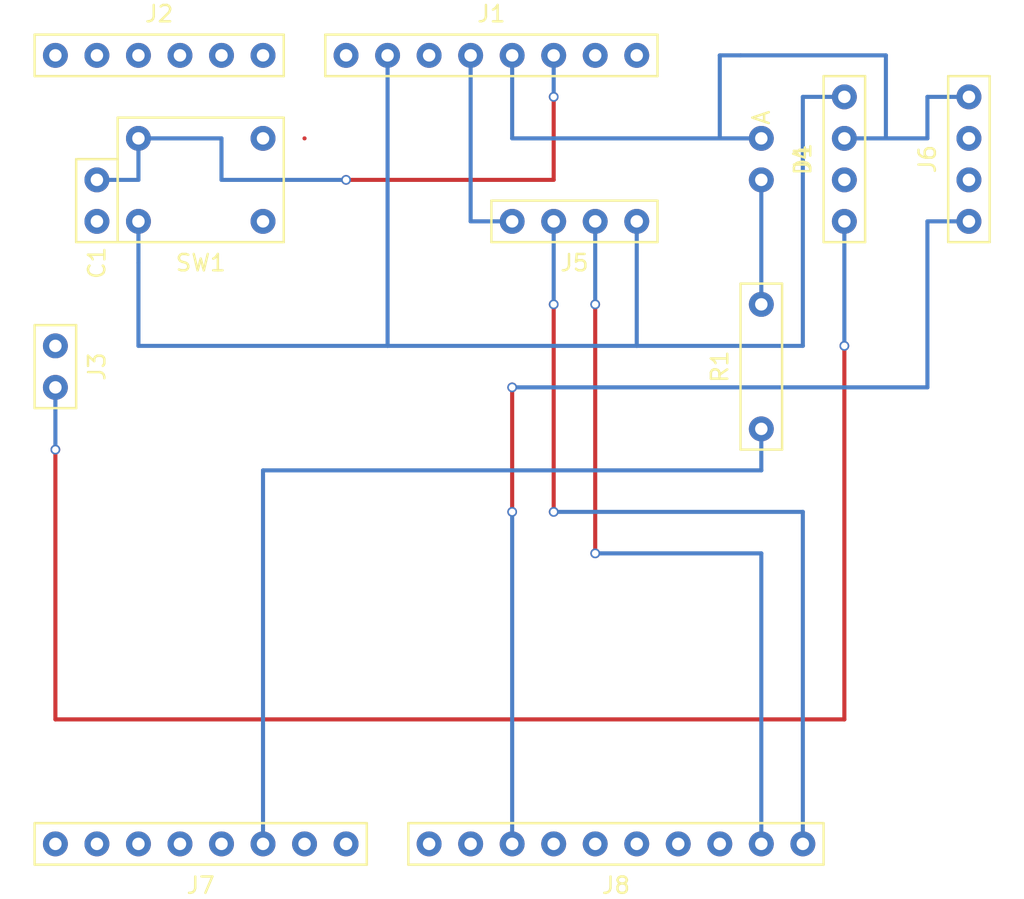
<source format=kicad_pcb>
(kicad_pcb (version 4) (host pcbnew 4.0.7)

  (general
    (links 16)
    (no_connects 1)
    (area 136.1215 83.099 201.6715 138.489)
    (thickness 1.6)
    (drawings 0)
    (tracks 65)
    (zones 0)
    (modules 12)
    (nets 39)
  )

  (page A4)
  (layers
    (0 F.Cu signal)
    (31 B.Cu signal)
    (32 B.Adhes user)
    (33 F.Adhes user)
    (34 B.Paste user)
    (35 F.Paste user)
    (36 B.SilkS user)
    (37 F.SilkS user)
    (38 B.Mask user)
    (39 F.Mask user)
    (40 Dwgs.User user)
    (41 Cmts.User user)
    (42 Eco1.User user)
    (43 Eco2.User user)
    (44 Edge.Cuts user)
    (45 Margin user)
    (46 B.CrtYd user)
    (47 F.CrtYd user)
    (48 B.Fab user)
    (49 F.Fab user)
  )

  (setup
    (last_trace_width 0.25)
    (trace_clearance 0.2)
    (zone_clearance 0.508)
    (zone_45_only no)
    (trace_min 0.2)
    (segment_width 0.2)
    (edge_width 0.15)
    (via_size 0.6)
    (via_drill 0.4)
    (via_min_size 0.4)
    (via_min_drill 0.3)
    (uvia_size 0.3)
    (uvia_drill 0.1)
    (uvias_allowed no)
    (uvia_min_size 0.2)
    (uvia_min_drill 0.1)
    (pcb_text_width 0.3)
    (pcb_text_size 1.5 1.5)
    (mod_edge_width 0.15)
    (mod_text_size 1 1)
    (mod_text_width 0.15)
    (pad_size 1.524 1.524)
    (pad_drill 0.762)
    (pad_to_mask_clearance 0.2)
    (aux_axis_origin 0 0)
    (grid_origin 118.0465 76.454)
    (visible_elements 7FFFFFFF)
    (pcbplotparams
      (layerselection 0x00030_80000001)
      (usegerberextensions false)
      (excludeedgelayer true)
      (linewidth 0.100000)
      (plotframeref true)
      (viasonmask false)
      (mode 1)
      (useauxorigin false)
      (hpglpennumber 1)
      (hpglpenspeed 20)
      (hpglpendiameter 15)
      (hpglpenoverlay 2)
      (psnegative false)
      (psa4output false)
      (plotreference true)
      (plotvalue true)
      (plotinvisibletext false)
      (padsonsilk true)
      (subtractmaskfromsilk false)
      (outputformat 4)
      (mirror false)
      (drillshape 2)
      (scaleselection 1)
      (outputdirectory ""))
  )

  (net 0 "")
  (net 1 GND)
  (net 2 "Net-(C1-Pad2)")
  (net 3 "Net-(D1-Pad1)")
  (net 4 +3V3)
  (net 5 "Net-(J1-Pad1)")
  (net 6 "Net-(J1-Pad2)")
  (net 7 +5V)
  (net 8 "Net-(J1-Pad6)")
  (net 9 "Net-(J1-Pad8)")
  (net 10 "Net-(J2-Pad1)")
  (net 11 "Net-(J2-Pad2)")
  (net 12 "Net-(J2-Pad3)")
  (net 13 "Net-(J2-Pad4)")
  (net 14 "Net-(J2-Pad5)")
  (net 15 "Net-(J2-Pad6)")
  (net 16 "Net-(J3-Pad1)")
  (net 17 "Net-(J3-Pad2)")
  (net 18 "Net-(J4-Pad3)")
  (net 19 "Net-(J5-Pad2)")
  (net 20 "Net-(J5-Pad3)")
  (net 21 "Net-(J6-Pad2)")
  (net 22 "Net-(J6-Pad3)")
  (net 23 "Net-(J6-Pad4)")
  (net 24 "Net-(J7-Pad1)")
  (net 25 "Net-(J7-Pad2)")
  (net 26 "Net-(J7-Pad3)")
  (net 27 "Net-(J7-Pad5)")
  (net 28 "Net-(J7-Pad6)")
  (net 29 "Net-(J7-Pad7)")
  (net 30 "Net-(J7-Pad8)")
  (net 31 "Net-(J8-Pad1)")
  (net 32 "Net-(J8-Pad2)")
  (net 33 "Net-(J8-Pad4)")
  (net 34 "Net-(J8-Pad5)")
  (net 35 "Net-(J8-Pad6)")
  (net 36 "Net-(J8-Pad7)")
  (net 37 "Net-(J8-Pad8)")
  (net 38 "Net-(J7-Pad4)")

  (net_class Default "This is the default net class."
    (clearance 0.2)
    (trace_width 0.25)
    (via_dia 0.6)
    (via_drill 0.4)
    (uvia_dia 0.3)
    (uvia_drill 0.1)
    (add_net +3V3)
    (add_net +5V)
    (add_net GND)
    (add_net "Net-(C1-Pad2)")
    (add_net "Net-(D1-Pad1)")
    (add_net "Net-(J1-Pad1)")
    (add_net "Net-(J1-Pad2)")
    (add_net "Net-(J1-Pad6)")
    (add_net "Net-(J1-Pad8)")
    (add_net "Net-(J2-Pad1)")
    (add_net "Net-(J2-Pad2)")
    (add_net "Net-(J2-Pad3)")
    (add_net "Net-(J2-Pad4)")
    (add_net "Net-(J2-Pad5)")
    (add_net "Net-(J2-Pad6)")
    (add_net "Net-(J3-Pad1)")
    (add_net "Net-(J3-Pad2)")
    (add_net "Net-(J4-Pad3)")
    (add_net "Net-(J5-Pad2)")
    (add_net "Net-(J5-Pad3)")
    (add_net "Net-(J6-Pad2)")
    (add_net "Net-(J6-Pad3)")
    (add_net "Net-(J6-Pad4)")
    (add_net "Net-(J7-Pad1)")
    (add_net "Net-(J7-Pad2)")
    (add_net "Net-(J7-Pad3)")
    (add_net "Net-(J7-Pad4)")
    (add_net "Net-(J7-Pad5)")
    (add_net "Net-(J7-Pad6)")
    (add_net "Net-(J7-Pad7)")
    (add_net "Net-(J7-Pad8)")
    (add_net "Net-(J8-Pad1)")
    (add_net "Net-(J8-Pad2)")
    (add_net "Net-(J8-Pad4)")
    (add_net "Net-(J8-Pad5)")
    (add_net "Net-(J8-Pad6)")
    (add_net "Net-(J8-Pad7)")
    (add_net "Net-(J8-Pad8)")
  )

  (module expansion_board:Capacitor (layer F.Cu) (tedit 5B4723DD) (tstamp 5B459751)
    (at 142.1765 95.504 90)
    (path /5B44A83A)
    (fp_text reference C1 (at -3.81 0 90) (layer F.SilkS)
      (effects (font (size 1 1) (thickness 0.15)))
    )
    (fp_text value 0.1pF (at 0 -2.54 90) (layer F.Fab)
      (effects (font (size 1 1) (thickness 0.15)))
    )
    (fp_line (start -2.54 -1.27) (end -2.54 1.27) (layer F.SilkS) (width 0.15))
    (fp_line (start -2.54 1.27) (end 2.54 1.27) (layer F.SilkS) (width 0.15))
    (fp_line (start 2.54 1.27) (end 2.54 -1.27) (layer F.SilkS) (width 0.15))
    (fp_line (start 2.54 -1.27) (end -2.54 -1.27) (layer F.SilkS) (width 0.15))
    (pad 1 thru_hole circle (at -1.27 0 90) (size 1.524 1.524) (drill 0.762) (layers *.Cu *.Mask)
      (net 1 GND))
    (pad 2 thru_hole circle (at 1.27 0 90) (size 1.524 1.524) (drill 0.762) (layers *.Cu *.Mask)
      (net 2 "Net-(C1-Pad2)"))
  )

  (module expansion_board:LED (layer F.Cu) (tedit 5B45B422) (tstamp 5B459757)
    (at 182.8165 92.964 90)
    (path /5B44A37E)
    (fp_text reference D1 (at 0 2.54 90) (layer F.SilkS)
      (effects (font (size 1 1) (thickness 0.15)))
    )
    (fp_text value "LED red" (at -2.54 -2.54 90) (layer F.Fab)
      (effects (font (size 1 1) (thickness 0.15)))
    )
    (fp_text user A (at 2.54 0 90) (layer F.SilkS)
      (effects (font (size 1 1) (thickness 0.15)))
    )
    (pad 1 thru_hole circle (at -1.27 0 90) (size 1.524 1.524) (drill 0.762) (layers *.Cu *.Mask)
      (net 3 "Net-(D1-Pad1)"))
    (pad 2 thru_hole circle (at 1.27 0 90) (size 1.524 1.524) (drill 0.762) (layers *.Cu *.Mask)
      (net 4 +3V3))
  )

  (module "expansion_board:Pin Header 8P" (layer F.Cu) (tedit 5B4591E3) (tstamp 5B459769)
    (at 166.3065 86.614 180)
    (path /5B4461AB)
    (fp_text reference J1 (at 0 2.54 180) (layer F.SilkS)
      (effects (font (size 1 1) (thickness 0.15)))
    )
    (fp_text value Conn_01x08 (at 0 -2.54 180) (layer F.Fab)
      (effects (font (size 1 1) (thickness 0.15)))
    )
    (fp_line (start -10.16 -1.27) (end -10.16 1.27) (layer F.SilkS) (width 0.15))
    (fp_line (start -10.16 1.27) (end 10.16 1.27) (layer F.SilkS) (width 0.15))
    (fp_line (start 10.16 1.27) (end 10.16 -1.27) (layer F.SilkS) (width 0.15))
    (fp_line (start 10.16 -1.27) (end -10.16 -1.27) (layer F.SilkS) (width 0.15))
    (pad 1 thru_hole circle (at -8.89 0 180) (size 1.524 1.524) (drill 0.762) (layers *.Cu *.Mask)
      (net 5 "Net-(J1-Pad1)"))
    (pad 2 thru_hole circle (at -6.35 0 180) (size 1.524 1.524) (drill 0.762) (layers *.Cu *.Mask)
      (net 6 "Net-(J1-Pad2)"))
    (pad 3 thru_hole circle (at -3.81 0 180) (size 1.524 1.524) (drill 0.762) (layers *.Cu *.Mask)
      (net 2 "Net-(C1-Pad2)"))
    (pad 4 thru_hole circle (at -1.27 0 180) (size 1.524 1.524) (drill 0.762) (layers *.Cu *.Mask)
      (net 4 +3V3))
    (pad 5 thru_hole circle (at 1.27 0 180) (size 1.524 1.524) (drill 0.762) (layers *.Cu *.Mask)
      (net 7 +5V))
    (pad 6 thru_hole circle (at 3.81 0 180) (size 1.524 1.524) (drill 0.762) (layers *.Cu *.Mask)
      (net 8 "Net-(J1-Pad6)"))
    (pad 7 thru_hole circle (at 6.35 0 180) (size 1.524 1.524) (drill 0.762) (layers *.Cu *.Mask)
      (net 1 GND))
    (pad 8 thru_hole circle (at 8.89 0 180) (size 1.524 1.524) (drill 0.762) (layers *.Cu *.Mask)
      (net 9 "Net-(J1-Pad8)"))
  )

  (module "expansion_board:Pin Header 6P" (layer F.Cu) (tedit 5B459186) (tstamp 5B459773)
    (at 145.9865 86.614 180)
    (path /5B4461E6)
    (fp_text reference J2 (at 0 2.54 180) (layer F.SilkS)
      (effects (font (size 1 1) (thickness 0.15)))
    )
    (fp_text value Conn_01x06 (at 0 -2.54 180) (layer F.Fab)
      (effects (font (size 1 1) (thickness 0.15)))
    )
    (fp_line (start -7.62 -1.27) (end -7.62 1.27) (layer F.SilkS) (width 0.15))
    (fp_line (start -7.62 1.27) (end 7.62 1.27) (layer F.SilkS) (width 0.15))
    (fp_line (start 7.62 1.27) (end 7.62 -1.27) (layer F.SilkS) (width 0.15))
    (fp_line (start 7.62 -1.27) (end -7.62 -1.27) (layer F.SilkS) (width 0.15))
    (pad 1 thru_hole circle (at -6.35 0 180) (size 1.524 1.524) (drill 0.762) (layers *.Cu *.Mask)
      (net 10 "Net-(J2-Pad1)"))
    (pad 2 thru_hole circle (at -3.81 0 180) (size 1.524 1.524) (drill 0.762) (layers *.Cu *.Mask)
      (net 11 "Net-(J2-Pad2)"))
    (pad 3 thru_hole circle (at -1.27 0 180) (size 1.524 1.524) (drill 0.762) (layers *.Cu *.Mask)
      (net 12 "Net-(J2-Pad3)"))
    (pad 4 thru_hole circle (at 1.27 0 180) (size 1.524 1.524) (drill 0.762) (layers *.Cu *.Mask)
      (net 13 "Net-(J2-Pad4)"))
    (pad 5 thru_hole circle (at 3.81 0 180) (size 1.524 1.524) (drill 0.762) (layers *.Cu *.Mask)
      (net 14 "Net-(J2-Pad5)"))
    (pad 6 thru_hole circle (at 6.35 0 180) (size 1.524 1.524) (drill 0.762) (layers *.Cu *.Mask)
      (net 15 "Net-(J2-Pad6)"))
  )

  (module "expansion_board:Pin Header 2P" (layer F.Cu) (tedit 5B45930D) (tstamp 5B459779)
    (at 139.6365 105.664 90)
    (path /5B4464F0)
    (fp_text reference J3 (at 0 2.54 90) (layer F.SilkS)
      (effects (font (size 1 1) (thickness 0.15)))
    )
    (fp_text value Conn_01x02 (at 0 -2.54 90) (layer F.Fab)
      (effects (font (size 1 1) (thickness 0.15)))
    )
    (fp_line (start -2.54 -1.27) (end -2.54 1.27) (layer F.SilkS) (width 0.15))
    (fp_line (start -2.54 1.27) (end 2.54 1.27) (layer F.SilkS) (width 0.15))
    (fp_line (start 2.54 1.27) (end 2.54 -1.27) (layer F.SilkS) (width 0.15))
    (fp_line (start 2.54 -1.27) (end -2.54 -1.27) (layer F.SilkS) (width 0.15))
    (pad 1 thru_hole circle (at -1.27 0 90) (size 1.524 1.524) (drill 0.762) (layers *.Cu *.Mask)
      (net 16 "Net-(J3-Pad1)"))
    (pad 2 thru_hole circle (at 1.27 0 90) (size 1.524 1.524) (drill 0.762) (layers *.Cu *.Mask)
      (net 17 "Net-(J3-Pad2)"))
  )

  (module "expansion_board:Pin Header 4P" (layer F.Cu) (tedit 5B459116) (tstamp 5B459781)
    (at 187.8965 92.964 270)
    (path /5B4499CF)
    (fp_text reference J4 (at 0 2.54 270) (layer F.SilkS)
      (effects (font (size 1 1) (thickness 0.15)))
    )
    (fp_text value Conn_01x04_Female (at 0 -2.54 270) (layer F.Fab)
      (effects (font (size 1 1) (thickness 0.15)))
    )
    (fp_line (start -5.08 -1.27) (end -5.08 1.27) (layer F.SilkS) (width 0.15))
    (fp_line (start -5.08 1.27) (end 5.08 1.27) (layer F.SilkS) (width 0.15))
    (fp_line (start 5.08 1.27) (end 5.08 -1.27) (layer F.SilkS) (width 0.15))
    (fp_line (start 5.08 -1.27) (end -5.08 -1.27) (layer F.SilkS) (width 0.15))
    (pad 1 thru_hole circle (at -3.81 0 270) (size 1.524 1.524) (drill 0.762) (layers *.Cu *.Mask)
      (net 1 GND))
    (pad 2 thru_hole circle (at -1.27 0 270) (size 1.524 1.524) (drill 0.762) (layers *.Cu *.Mask)
      (net 4 +3V3))
    (pad 3 thru_hole circle (at 1.27 0 270) (size 1.524 1.524) (drill 0.762) (layers *.Cu *.Mask)
      (net 18 "Net-(J4-Pad3)"))
    (pad 4 thru_hole circle (at 3.81 0 270) (size 1.524 1.524) (drill 0.762) (layers *.Cu *.Mask)
      (net 16 "Net-(J3-Pad1)"))
  )

  (module "expansion_board:Pin Header 4P" (layer F.Cu) (tedit 5B45AF01) (tstamp 5B459789)
    (at 171.3865 96.774)
    (path /5B44A653)
    (fp_text reference J5 (at 0 2.54) (layer F.SilkS)
      (effects (font (size 1 1) (thickness 0.15)))
    )
    (fp_text value Conn_01x04_Female (at 0 -2.54) (layer F.Fab)
      (effects (font (size 1 1) (thickness 0.15)))
    )
    (fp_line (start -5.08 -1.27) (end -5.08 1.27) (layer F.SilkS) (width 0.15))
    (fp_line (start -5.08 1.27) (end 5.08 1.27) (layer F.SilkS) (width 0.15))
    (fp_line (start 5.08 1.27) (end 5.08 -1.27) (layer F.SilkS) (width 0.15))
    (fp_line (start 5.08 -1.27) (end -5.08 -1.27) (layer F.SilkS) (width 0.15))
    (pad 1 thru_hole circle (at -3.81 0) (size 1.524 1.524) (drill 0.762) (layers *.Cu *.Mask)
      (net 7 +5V))
    (pad 2 thru_hole circle (at -1.27 0) (size 1.524 1.524) (drill 0.762) (layers *.Cu *.Mask)
      (net 19 "Net-(J5-Pad2)"))
    (pad 3 thru_hole circle (at 1.27 0) (size 1.524 1.524) (drill 0.762) (layers *.Cu *.Mask)
      (net 20 "Net-(J5-Pad3)"))
    (pad 4 thru_hole circle (at 3.81 0) (size 1.524 1.524) (drill 0.762) (layers *.Cu *.Mask)
      (net 1 GND))
  )

  (module "expansion_board:Pin Header 4P" (layer F.Cu) (tedit 5B459116) (tstamp 5B459791)
    (at 195.5165 92.964 270)
    (path /5B449A02)
    (fp_text reference J6 (at 0 2.54 270) (layer F.SilkS)
      (effects (font (size 1 1) (thickness 0.15)))
    )
    (fp_text value Conn_01x04_Female (at 0 -2.54 270) (layer F.Fab)
      (effects (font (size 1 1) (thickness 0.15)))
    )
    (fp_line (start -5.08 -1.27) (end -5.08 1.27) (layer F.SilkS) (width 0.15))
    (fp_line (start -5.08 1.27) (end 5.08 1.27) (layer F.SilkS) (width 0.15))
    (fp_line (start 5.08 1.27) (end 5.08 -1.27) (layer F.SilkS) (width 0.15))
    (fp_line (start 5.08 -1.27) (end -5.08 -1.27) (layer F.SilkS) (width 0.15))
    (pad 1 thru_hole circle (at -3.81 0 270) (size 1.524 1.524) (drill 0.762) (layers *.Cu *.Mask)
      (net 4 +3V3))
    (pad 2 thru_hole circle (at -1.27 0 270) (size 1.524 1.524) (drill 0.762) (layers *.Cu *.Mask)
      (net 21 "Net-(J6-Pad2)"))
    (pad 3 thru_hole circle (at 1.27 0 270) (size 1.524 1.524) (drill 0.762) (layers *.Cu *.Mask)
      (net 22 "Net-(J6-Pad3)"))
    (pad 4 thru_hole circle (at 3.81 0 270) (size 1.524 1.524) (drill 0.762) (layers *.Cu *.Mask)
      (net 23 "Net-(J6-Pad4)"))
  )

  (module "expansion_board:Pin Header 8P" (layer F.Cu) (tedit 5B4591E3) (tstamp 5B45979D)
    (at 148.5265 134.874)
    (path /5B44E3D6)
    (fp_text reference J7 (at 0 2.54) (layer F.SilkS)
      (effects (font (size 1 1) (thickness 0.15)))
    )
    (fp_text value Conn_01x08 (at 0 -2.54) (layer F.Fab)
      (effects (font (size 1 1) (thickness 0.15)))
    )
    (fp_line (start -10.16 -1.27) (end -10.16 1.27) (layer F.SilkS) (width 0.15))
    (fp_line (start -10.16 1.27) (end 10.16 1.27) (layer F.SilkS) (width 0.15))
    (fp_line (start 10.16 1.27) (end 10.16 -1.27) (layer F.SilkS) (width 0.15))
    (fp_line (start 10.16 -1.27) (end -10.16 -1.27) (layer F.SilkS) (width 0.15))
    (pad 1 thru_hole circle (at -8.89 0) (size 1.524 1.524) (drill 0.762) (layers *.Cu *.Mask)
      (net 24 "Net-(J7-Pad1)"))
    (pad 2 thru_hole circle (at -6.35 0) (size 1.524 1.524) (drill 0.762) (layers *.Cu *.Mask)
      (net 25 "Net-(J7-Pad2)"))
    (pad 3 thru_hole circle (at -3.81 0) (size 1.524 1.524) (drill 0.762) (layers *.Cu *.Mask)
      (net 26 "Net-(J7-Pad3)"))
    (pad 4 thru_hole circle (at -1.27 0) (size 1.524 1.524) (drill 0.762) (layers *.Cu *.Mask)
      (net 38 "Net-(J7-Pad4)"))
    (pad 5 thru_hole circle (at 1.27 0) (size 1.524 1.524) (drill 0.762) (layers *.Cu *.Mask)
      (net 27 "Net-(J7-Pad5)"))
    (pad 6 thru_hole circle (at 3.81 0) (size 1.524 1.524) (drill 0.762) (layers *.Cu *.Mask)
      (net 28 "Net-(J7-Pad6)"))
    (pad 7 thru_hole circle (at 6.35 0) (size 1.524 1.524) (drill 0.762) (layers *.Cu *.Mask)
      (net 29 "Net-(J7-Pad7)"))
    (pad 8 thru_hole circle (at 8.89 0) (size 1.524 1.524) (drill 0.762) (layers *.Cu *.Mask)
      (net 30 "Net-(J7-Pad8)"))
  )

  (module "expansion_board:Pin Header 10P" (layer F.Cu) (tedit 5B459280) (tstamp 5B4597AB)
    (at 173.9265 134.874)
    (path /5B446201)
    (fp_text reference J8 (at 0 2.54) (layer F.SilkS)
      (effects (font (size 1 1) (thickness 0.15)))
    )
    (fp_text value Conn_01x10 (at 0 -2.54) (layer F.Fab)
      (effects (font (size 1 1) (thickness 0.15)))
    )
    (fp_line (start -12.7 -1.27) (end -12.7 1.27) (layer F.SilkS) (width 0.15))
    (fp_line (start -12.7 1.27) (end 12.7 1.27) (layer F.SilkS) (width 0.15))
    (fp_line (start 12.7 1.27) (end 12.7 -1.27) (layer F.SilkS) (width 0.15))
    (fp_line (start 12.7 -1.27) (end -12.7 -1.27) (layer F.SilkS) (width 0.15))
    (pad 1 thru_hole circle (at -11.43 0) (size 1.524 1.524) (drill 0.762) (layers *.Cu *.Mask)
      (net 31 "Net-(J8-Pad1)"))
    (pad 2 thru_hole circle (at -8.89 0) (size 1.524 1.524) (drill 0.762) (layers *.Cu *.Mask)
      (net 32 "Net-(J8-Pad2)"))
    (pad 3 thru_hole circle (at -6.35 0) (size 1.524 1.524) (drill 0.762) (layers *.Cu *.Mask)
      (net 23 "Net-(J6-Pad4)"))
    (pad 4 thru_hole circle (at -3.81 0) (size 1.524 1.524) (drill 0.762) (layers *.Cu *.Mask)
      (net 33 "Net-(J8-Pad4)"))
    (pad 5 thru_hole circle (at -1.27 0) (size 1.524 1.524) (drill 0.762) (layers *.Cu *.Mask)
      (net 34 "Net-(J8-Pad5)"))
    (pad 6 thru_hole circle (at 1.27 0) (size 1.524 1.524) (drill 0.762) (layers *.Cu *.Mask)
      (net 35 "Net-(J8-Pad6)"))
    (pad 7 thru_hole circle (at 3.81 0) (size 1.524 1.524) (drill 0.762) (layers *.Cu *.Mask)
      (net 36 "Net-(J8-Pad7)"))
    (pad 8 thru_hole circle (at 6.35 0) (size 1.524 1.524) (drill 0.762) (layers *.Cu *.Mask)
      (net 37 "Net-(J8-Pad8)"))
    (pad 9 thru_hole circle (at 8.89 0) (size 1.524 1.524) (drill 0.762) (layers *.Cu *.Mask)
      (net 20 "Net-(J5-Pad3)"))
    (pad 10 thru_hole circle (at 11.43 0) (size 1.524 1.524) (drill 0.762) (layers *.Cu *.Mask)
      (net 19 "Net-(J5-Pad2)"))
  )

  (module expansion_board:Register (layer F.Cu) (tedit 5B472301) (tstamp 5B4723CE)
    (at 182.8165 105.664 90)
    (path /5B44A445)
    (fp_text reference R1 (at 0 -2.54 90) (layer F.SilkS)
      (effects (font (size 1 1) (thickness 0.15)))
    )
    (fp_text value 470 (at 0 2.54 90) (layer F.Fab)
      (effects (font (size 1 1) (thickness 0.15)))
    )
    (fp_line (start -5.08 -1.27) (end 5.08 -1.27) (layer F.SilkS) (width 0.15))
    (fp_line (start -5.08 -1.27) (end -5.08 1.27) (layer F.SilkS) (width 0.15))
    (fp_line (start -5.08 1.27) (end 5.08 1.27) (layer F.SilkS) (width 0.15))
    (fp_line (start 5.08 1.27) (end 5.08 -1.27) (layer F.SilkS) (width 0.15))
    (pad 1 thru_hole circle (at -3.81 0 90) (size 1.524 1.524) (drill 0.762) (layers *.Cu *.Mask)
      (net 28 "Net-(J7-Pad6)"))
    (pad 2 thru_hole circle (at 3.81 0 90) (size 1.524 1.524) (drill 0.762) (layers *.Cu *.Mask)
      (net 3 "Net-(D1-Pad1)"))
  )

  (module expansion_board:Tactile_switch_4P (layer F.Cu) (tedit 5B47225B) (tstamp 5B4723D6)
    (at 148.5265 94.234)
    (path /5B44A80B)
    (fp_text reference SW1 (at 0 5.08) (layer F.SilkS)
      (effects (font (size 1 1) (thickness 0.15)))
    )
    (fp_text value SW_Push (at 0 -5.08) (layer F.Fab)
      (effects (font (size 1 1) (thickness 0.15)))
    )
    (fp_line (start -5.08 -3.81) (end -5.08 3.81) (layer F.SilkS) (width 0.15))
    (fp_line (start -5.08 3.81) (end 5.08 3.81) (layer F.SilkS) (width 0.15))
    (fp_line (start 5.08 3.81) (end 5.08 -3.81) (layer F.SilkS) (width 0.15))
    (fp_line (start 5.08 -3.81) (end -5.08 -3.81) (layer F.SilkS) (width 0.15))
    (pad 1 thru_hole circle (at -3.81 -2.54) (size 1.524 1.524) (drill 0.762) (layers *.Cu *.Mask)
      (net 2 "Net-(C1-Pad2)"))
    (pad 3 thru_hole circle (at 3.81 -2.54) (size 1.524 1.524) (drill 0.762) (layers *.Cu *.Mask))
    (pad 4 thru_hole circle (at 3.81 2.54) (size 1.524 1.524) (drill 0.762) (layers *.Cu *.Mask))
    (pad 2 thru_hole circle (at -3.81 2.54) (size 1.524 1.524) (drill 0.762) (layers *.Cu *.Mask)
      (net 1 GND))
  )

  (segment (start 154.8765 91.694) (end 154.8765 91.694) (width 0.25) (layer F.Cu) (net 0) (status 30))
  (segment (start 144.7165 96.774) (end 144.7165 99.314) (width 0.25) (layer B.Cu) (net 1))
  (segment (start 144.7165 104.394) (end 144.7165 99.314) (width 0.25) (layer B.Cu) (net 1) (tstamp 5B46DE13))
  (segment (start 144.7165 104.394) (end 159.9565 104.394) (width 0.25) (layer B.Cu) (net 1))
  (segment (start 175.1965 104.394) (end 185.3565 104.394) (width 0.25) (layer B.Cu) (net 1))
  (segment (start 185.3565 89.154) (end 187.8965 89.154) (width 0.25) (layer B.Cu) (net 1) (tstamp 5B46E28A))
  (segment (start 185.3565 104.394) (end 185.3565 89.154) (width 0.25) (layer B.Cu) (net 1) (tstamp 5B46E282))
  (segment (start 159.9565 86.614) (end 159.9565 104.394) (width 0.25) (layer B.Cu) (net 1))
  (segment (start 159.9565 104.394) (end 175.1965 104.394) (width 0.25) (layer B.Cu) (net 1) (tstamp 5B45AEDC))
  (segment (start 175.1965 104.394) (end 175.1965 96.774) (width 0.25) (layer B.Cu) (net 1) (tstamp 5B45AE6A))
  (segment (start 142.1765 96.774) (end 142.1765 96.774) (width 0.25) (layer B.Cu) (net 1) (status 30))
  (segment (start 142.1765 94.234) (end 144.7165 94.234) (width 0.25) (layer B.Cu) (net 2))
  (segment (start 144.7165 94.234) (end 144.7165 91.694) (width 0.25) (layer B.Cu) (net 2) (tstamp 5B472E2D))
  (segment (start 170.1165 86.614) (end 170.1165 89.154) (width 0.25) (layer B.Cu) (net 2))
  (segment (start 149.7965 91.694) (end 144.7165 91.694) (width 0.25) (layer B.Cu) (net 2) (tstamp 5B46569F))
  (segment (start 149.7965 94.234) (end 149.7965 91.694) (width 0.25) (layer B.Cu) (net 2) (tstamp 5B465692))
  (segment (start 157.4165 94.234) (end 149.7965 94.234) (width 0.25) (layer B.Cu) (net 2) (tstamp 5B465691))
  (via (at 157.4165 94.234) (size 0.6) (drill 0.4) (layers F.Cu B.Cu) (net 2))
  (segment (start 170.1165 94.234) (end 157.4165 94.234) (width 0.25) (layer F.Cu) (net 2) (tstamp 5B46568B))
  (segment (start 170.1165 89.154) (end 170.1165 94.234) (width 0.25) (layer F.Cu) (net 2) (tstamp 5B46568A))
  (via (at 170.1165 89.154) (size 0.6) (drill 0.4) (layers F.Cu B.Cu) (net 2))
  (segment (start 182.8165 94.234) (end 182.8165 101.854) (width 0.25) (layer B.Cu) (net 3) (status 10))
  (segment (start 180.2765 91.694) (end 182.8165 91.694) (width 0.25) (layer B.Cu) (net 4))
  (segment (start 190.4365 91.694) (end 190.4365 86.614) (width 0.25) (layer B.Cu) (net 4))
  (segment (start 180.2765 86.614) (end 180.2765 91.694) (width 0.25) (layer B.Cu) (net 4) (tstamp 5B46E09B))
  (segment (start 190.4365 86.614) (end 181.5465 86.614) (width 0.25) (layer B.Cu) (net 4) (tstamp 5B46E099))
  (segment (start 181.5465 86.614) (end 180.2765 86.614) (width 0.25) (layer B.Cu) (net 4) (tstamp 5B46E125))
  (segment (start 167.5765 86.614) (end 167.5765 91.694) (width 0.25) (layer B.Cu) (net 4))
  (segment (start 167.5765 91.694) (end 180.2765 91.694) (width 0.25) (layer B.Cu) (net 4) (tstamp 5B465D62))
  (segment (start 187.8965 91.694) (end 190.4365 91.694) (width 0.25) (layer B.Cu) (net 4) (status 10))
  (segment (start 190.4365 91.694) (end 192.9765 91.694) (width 0.25) (layer B.Cu) (net 4) (tstamp 5B46E097) (status 10))
  (segment (start 192.9765 89.154) (end 192.9765 91.694) (width 0.25) (layer B.Cu) (net 4) (tstamp 5B45A603))
  (segment (start 192.9765 89.154) (end 195.5165 89.154) (width 0.25) (layer B.Cu) (net 4) (status 20))
  (segment (start 165.0365 86.614) (end 165.0365 96.774) (width 0.25) (layer B.Cu) (net 7))
  (segment (start 165.0365 96.774) (end 167.5765 96.774) (width 0.25) (layer B.Cu) (net 7) (tstamp 5B45ADB1))
  (segment (start 187.8965 96.774) (end 187.8965 104.394) (width 0.25) (layer B.Cu) (net 16))
  (segment (start 139.6365 110.744) (end 139.6365 106.934) (width 0.25) (layer B.Cu) (net 16) (tstamp 5B472D98))
  (via (at 139.6365 110.744) (size 0.6) (drill 0.4) (layers F.Cu B.Cu) (net 16))
  (segment (start 139.6365 127.254) (end 139.6365 110.744) (width 0.25) (layer F.Cu) (net 16) (tstamp 5B472D8C))
  (segment (start 187.8965 127.254) (end 139.6365 127.254) (width 0.25) (layer F.Cu) (net 16) (tstamp 5B472D7C))
  (segment (start 187.8965 104.394) (end 187.8965 127.254) (width 0.25) (layer F.Cu) (net 16) (tstamp 5B472D7B))
  (via (at 187.8965 104.394) (size 0.6) (drill 0.4) (layers F.Cu B.Cu) (net 16))
  (segment (start 139.6365 106.934) (end 139.6365 106.934) (width 0.25) (layer B.Cu) (net 16) (tstamp 5B46DF06) (status 20))
  (segment (start 170.1165 96.774) (end 170.1165 101.854) (width 0.25) (layer B.Cu) (net 19))
  (segment (start 185.3565 114.554) (end 185.3565 134.874) (width 0.25) (layer B.Cu) (net 19) (tstamp 5B45A588))
  (segment (start 170.1165 114.554) (end 185.3565 114.554) (width 0.25) (layer B.Cu) (net 19) (tstamp 5B45A587))
  (via (at 170.1165 114.554) (size 0.6) (drill 0.4) (layers F.Cu B.Cu) (net 19))
  (segment (start 170.1165 101.854) (end 170.1165 114.554) (width 0.25) (layer F.Cu) (net 19) (tstamp 5B45A57F))
  (via (at 170.1165 101.854) (size 0.6) (drill 0.4) (layers F.Cu B.Cu) (net 19))
  (segment (start 172.6565 117.094) (end 182.8165 117.094) (width 0.25) (layer B.Cu) (net 20))
  (segment (start 172.6565 96.774) (end 172.6565 101.854) (width 0.25) (layer B.Cu) (net 20))
  (via (at 172.6565 117.094) (size 0.6) (drill 0.4) (layers F.Cu B.Cu) (net 20))
  (segment (start 172.6565 101.854) (end 172.6565 117.094) (width 0.25) (layer F.Cu) (net 20) (tstamp 5B45A529))
  (via (at 172.6565 101.854) (size 0.6) (drill 0.4) (layers F.Cu B.Cu) (net 20))
  (segment (start 182.8165 117.094) (end 182.8165 134.874) (width 0.25) (layer B.Cu) (net 20) (tstamp 5B45A663))
  (segment (start 192.9765 106.934) (end 167.5765 106.934) (width 0.25) (layer B.Cu) (net 23) (tstamp 5B45BA4F))
  (via (at 167.5765 106.934) (size 0.6) (drill 0.4) (layers F.Cu B.Cu) (net 23))
  (segment (start 167.5765 106.934) (end 167.5765 114.554) (width 0.25) (layer F.Cu) (net 23) (tstamp 5B45BA57))
  (via (at 167.5765 114.554) (size 0.6) (drill 0.4) (layers F.Cu B.Cu) (net 23))
  (segment (start 167.5765 114.554) (end 167.5765 134.874) (width 0.25) (layer B.Cu) (net 23) (tstamp 5B45BA5B))
  (segment (start 195.5165 96.774) (end 192.9765 96.774) (width 0.25) (layer B.Cu) (net 23) (status 10))
  (segment (start 192.9765 96.774) (end 192.9765 106.934) (width 0.25) (layer B.Cu) (net 23) (tstamp 5B45BA4B))
  (segment (start 182.8165 109.474) (end 182.8165 112.014) (width 0.25) (layer B.Cu) (net 28))
  (segment (start 152.3365 112.014) (end 152.3365 134.874) (width 0.25) (layer B.Cu) (net 28) (tstamp 5B46E24D))
  (segment (start 182.8165 112.014) (end 152.3365 112.014) (width 0.25) (layer B.Cu) (net 28) (status 10))

)

</source>
